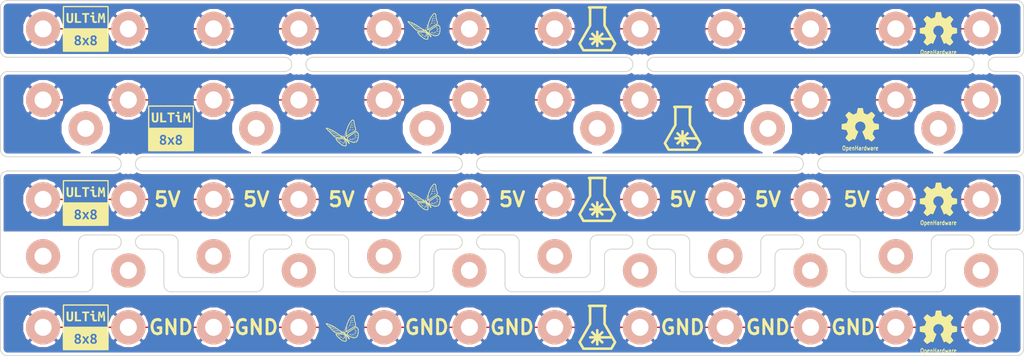
<source format=kicad_pcb>
(kicad_pcb (version 4) (host pcbnew 4.0.2-4+6225~38~ubuntu15.04.1-stable)
  (layers (0 F.Cu signal hide) (31 B.Cu signal hide) (34 B.Paste user) (35 F.Paste user) (36 B.SilkS user) (37 F.SilkS user) (38 B.Mask user) (39 F.Mask user) (44 Edge.Cuts user))
  (net 0 "")
  (net 1 "Net-(P1-Pad1)")
  (net 2 "Net-(P13-Pad1)")
  (net 3 "Net-(P31-Pad1)")
  (net 4 "Net-(P49-Pad1)")
  (module ultim8x8_libs:mouse-bite-2.54mm-slot (layer F.Cu) (at 96.52 44.45)
    (fp_text reference mouse-bite-2.54mm-slot hide)
    (fp_text value VAL** hide)
    (pad "" np_thru_hole circle (at 0 -1.1) (size 0.5 0.5) (drill 0.5) (layers *.Cu *.Mask))
    (pad "" np_thru_hole circle (at 0 1.1) (size 0.5 0.5) (drill 0.5) (layers *.Cu *.Mask))
    (pad "" np_thru_hole circle (at 0.8 -1.1) (size 0.5 0.5) (drill 0.5) (layers *.Cu *.Mask))
    (pad "" np_thru_hole circle (at -0.8 -1.1) (size 0.5 0.5) (drill 0.5) (layers *.Cu *.Mask))
    (pad "" np_thru_hole circle (at -0.8 1.1) (size 0.5 0.5) (drill 0.5) (layers *.Cu *.Mask))
    (pad "" np_thru_hole circle (at 0.8 1.1) (size 0.5 0.5) (drill 0.5) (layers *.Cu *.Mask))
  )
  (module ultim8x8_libs:mouse-bite-2.54mm-slot (layer F.Cu) (at 157.48 44.45)
    (fp_text reference mouse-bite-2.54mm-slot hide)
    (fp_text value VAL** hide)
    (pad "" np_thru_hole circle (at 0 -1.1) (size 0.5 0.5) (drill 0.5) (layers *.Cu *.Mask))
    (pad "" np_thru_hole circle (at 0 1.1) (size 0.5 0.5) (drill 0.5) (layers *.Cu *.Mask))
    (pad "" np_thru_hole circle (at 0.8 -1.1) (size 0.5 0.5) (drill 0.5) (layers *.Cu *.Mask))
    (pad "" np_thru_hole circle (at -0.8 -1.1) (size 0.5 0.5) (drill 0.5) (layers *.Cu *.Mask))
    (pad "" np_thru_hole circle (at -0.8 1.1) (size 0.5 0.5) (drill 0.5) (layers *.Cu *.Mask))
    (pad "" np_thru_hole circle (at 0.8 1.1) (size 0.5 0.5) (drill 0.5) (layers *.Cu *.Mask))
  )
  (module ultim8x8_libs:mouse-bite-2.54mm-slot (layer F.Cu) (at 218.44 44.45)
    (fp_text reference mouse-bite-2.54mm-slot hide)
    (fp_text value VAL** hide)
    (pad "" np_thru_hole circle (at 0 -1.1) (size 0.5 0.5) (drill 0.5) (layers *.Cu *.Mask))
    (pad "" np_thru_hole circle (at 0 1.1) (size 0.5 0.5) (drill 0.5) (layers *.Cu *.Mask))
    (pad "" np_thru_hole circle (at 0.8 -1.1) (size 0.5 0.5) (drill 0.5) (layers *.Cu *.Mask))
    (pad "" np_thru_hole circle (at -0.8 -1.1) (size 0.5 0.5) (drill 0.5) (layers *.Cu *.Mask))
    (pad "" np_thru_hole circle (at -0.8 1.1) (size 0.5 0.5) (drill 0.5) (layers *.Cu *.Mask))
    (pad "" np_thru_hole circle (at 0.8 1.1) (size 0.5 0.5) (drill 0.5) (layers *.Cu *.Mask))
  )
  (module ultim8x8_libs:mouse-bite-2.54mm-slot (layer F.Cu) (at 187.96 62.23)
    (fp_text reference mouse-bite-2.54mm-slot hide)
    (fp_text value VAL** hide)
    (pad "" np_thru_hole circle (at 0 -1.1) (size 0.5 0.5) (drill 0.5) (layers *.Cu *.Mask))
    (pad "" np_thru_hole circle (at 0 1.1) (size 0.5 0.5) (drill 0.5) (layers *.Cu *.Mask))
    (pad "" np_thru_hole circle (at 0.8 -1.1) (size 0.5 0.5) (drill 0.5) (layers *.Cu *.Mask))
    (pad "" np_thru_hole circle (at -0.8 -1.1) (size 0.5 0.5) (drill 0.5) (layers *.Cu *.Mask))
    (pad "" np_thru_hole circle (at -0.8 1.1) (size 0.5 0.5) (drill 0.5) (layers *.Cu *.Mask))
    (pad "" np_thru_hole circle (at 0.8 1.1) (size 0.5 0.5) (drill 0.5) (layers *.Cu *.Mask))
  )
  (module ultim8x8_libs:mouse-bite-2.54mm-slot (layer F.Cu) (at 66.04 62.23)
    (fp_text reference mouse-bite-2.54mm-slot hide)
    (fp_text value VAL** hide)
    (pad "" np_thru_hole circle (at 0 -1.1) (size 0.5 0.5) (drill 0.5) (layers *.Cu *.Mask))
    (pad "" np_thru_hole circle (at 0 1.1) (size 0.5 0.5) (drill 0.5) (layers *.Cu *.Mask))
    (pad "" np_thru_hole circle (at 0.8 -1.1) (size 0.5 0.5) (drill 0.5) (layers *.Cu *.Mask))
    (pad "" np_thru_hole circle (at -0.8 -1.1) (size 0.5 0.5) (drill 0.5) (layers *.Cu *.Mask))
    (pad "" np_thru_hole circle (at -0.8 1.1) (size 0.5 0.5) (drill 0.5) (layers *.Cu *.Mask))
    (pad "" np_thru_hole circle (at 0.8 1.1) (size 0.5 0.5) (drill 0.5) (layers *.Cu *.Mask))
  )
  (module ultim8x8_libs:mouse-bite-2.54mm-slot (layer F.Cu) (at 127 62.23)
    (fp_text reference mouse-bite-2.54mm-slot hide)
    (fp_text value VAL** hide)
    (pad "" np_thru_hole circle (at 0 -1.1) (size 0.5 0.5) (drill 0.5) (layers *.Cu *.Mask))
    (pad "" np_thru_hole circle (at 0 1.1) (size 0.5 0.5) (drill 0.5) (layers *.Cu *.Mask))
    (pad "" np_thru_hole circle (at 0.8 -1.1) (size 0.5 0.5) (drill 0.5) (layers *.Cu *.Mask))
    (pad "" np_thru_hole circle (at -0.8 -1.1) (size 0.5 0.5) (drill 0.5) (layers *.Cu *.Mask))
    (pad "" np_thru_hole circle (at -0.8 1.1) (size 0.5 0.5) (drill 0.5) (layers *.Cu *.Mask))
    (pad "" np_thru_hole circle (at 0.8 1.1) (size 0.5 0.5) (drill 0.5) (layers *.Cu *.Mask))
  )
  (module ultim8x8_libs:Screw (layer F.Cu) (at 66.04 81.28 180)
    (fp_text reference P61 hide)
    (fp_text value CONN_1 hide)
    (pad 1 thru_hole circle (at 0 0 180) (size 6.096 6.096) (drill 3.048) (layers *.Cu *.Paste *.SilkS *.Mask))
  )
  (module ultim8x8_libs:Screw (layer F.Cu) (at 96.52 81.28 180)
    (fp_text reference P62 hide)
    (fp_text value CONN_1 hide)
    (pad 1 thru_hole circle (at 0 0 180) (size 6.096 6.096) (drill 3.048) (layers *.Cu *.Paste *.SilkS *.Mask))
  )
  (module ultim8x8_libs:Screw (layer F.Cu) (at 127 81.28 180)
    (fp_text reference P63 hide)
    (fp_text value CONN_1 hide)
    (pad 1 thru_hole circle (at 0 0 180) (size 6.096 6.096) (drill 3.048) (layers *.Cu *.Paste *.SilkS *.Mask))
  )
  (module ultim8x8_libs:Screw (layer F.Cu) (at 157.48 81.28 180)
    (fp_text reference P64 hide)
    (fp_text value CONN_1 hide)
    (pad 1 thru_hole circle (at 0 0 180) (size 6.096 6.096) (drill 3.048) (layers *.Cu *.Paste *.SilkS *.Mask))
  )
  (module ultim8x8_libs:Screw (layer F.Cu) (at 187.96 81.28 180)
    (fp_text reference P65 hide)
    (fp_text value CONN_1 hide)
    (pad 1 thru_hole circle (at 0 0 180) (size 6.096 6.096) (drill 3.048) (layers *.Cu *.Paste *.SilkS *.Mask))
  )
  (module ultim8x8_libs:Screw (layer F.Cu) (at 218.44 81.28 180)
    (fp_text reference P66 hide)
    (fp_text value CONN_1 hide)
    (pad 1 thru_hole circle (at 0 0 180) (size 6.096 6.096) (drill 3.048) (layers *.Cu *.Paste *.SilkS *.Mask))
  )
  (module ultim8x8_libs:Screw (layer F.Cu) (at 50.8 91.44 180)
    (fp_text reference P49 hide)
    (fp_text value CONN_1 hide)
    (pad 1 thru_hole circle (at 0 0 180) (size 6.096 6.096) (drill 3.048) (layers *.Cu *.Paste *.SilkS *.Mask) (net 4 "Net-(P49-Pad1)"))
  )
  (module ultim8x8_libs:Screw (layer F.Cu) (at 66.04 91.44 180)
    (fp_text reference P50 hide)
    (fp_text value CONN_1 hide)
    (pad 1 thru_hole circle (at 0 0 180) (size 6.096 6.096) (drill 3.048) (layers *.Cu *.Paste *.SilkS *.Mask) (net 4 "Net-(P49-Pad1)"))
  )
  (module ultim8x8_libs:Screw (layer F.Cu) (at 81.28 91.44 180)
    (fp_text reference P51 hide)
    (fp_text value CONN_1 hide)
    (pad 1 thru_hole circle (at 0 0 180) (size 6.096 6.096) (drill 3.048) (layers *.Cu *.Paste *.SilkS *.Mask) (net 4 "Net-(P49-Pad1)"))
  )
  (module ultim8x8_libs:Screw (layer F.Cu) (at 96.52 91.44 180)
    (fp_text reference P52 hide)
    (fp_text value CONN_1 hide)
    (pad 1 thru_hole circle (at 0 0 180) (size 6.096 6.096) (drill 3.048) (layers *.Cu *.Paste *.SilkS *.Mask) (net 4 "Net-(P49-Pad1)"))
  )
  (module ultim8x8_libs:Screw (layer F.Cu) (at 111.76 91.44 180)
    (fp_text reference P53 hide)
    (fp_text value CONN_1 hide)
    (pad 1 thru_hole circle (at 0 0 180) (size 6.096 6.096) (drill 3.048) (layers *.Cu *.Paste *.SilkS *.Mask) (net 4 "Net-(P49-Pad1)"))
  )
  (module ultim8x8_libs:Screw (layer F.Cu) (at 127 91.44 180)
    (fp_text reference P54 hide)
    (fp_text value CONN_1 hide)
    (pad 1 thru_hole circle (at 0 0 180) (size 6.096 6.096) (drill 3.048) (layers *.Cu *.Paste *.SilkS *.Mask) (net 4 "Net-(P49-Pad1)"))
  )
  (module ultim8x8_libs:Screw (layer F.Cu) (at 142.24 91.44 180)
    (fp_text reference P55 hide)
    (fp_text value CONN_1 hide)
    (pad 1 thru_hole circle (at 0 0 180) (size 6.096 6.096) (drill 3.048) (layers *.Cu *.Paste *.SilkS *.Mask) (net 4 "Net-(P49-Pad1)"))
  )
  (module ultim8x8_libs:Screw (layer F.Cu) (at 157.48 91.44 180)
    (fp_text reference P56 hide)
    (fp_text value CONN_1 hide)
    (pad 1 thru_hole circle (at 0 0 180) (size 6.096 6.096) (drill 3.048) (layers *.Cu *.Paste *.SilkS *.Mask) (net 4 "Net-(P49-Pad1)"))
  )
  (module ultim8x8_libs:Screw (layer F.Cu) (at 172.72 91.44 180)
    (fp_text reference P57 hide)
    (fp_text value CONN_1 hide)
    (pad 1 thru_hole circle (at 0 0 180) (size 6.096 6.096) (drill 3.048) (layers *.Cu *.Paste *.SilkS *.Mask) (net 4 "Net-(P49-Pad1)"))
  )
  (module ultim8x8_libs:Screw (layer F.Cu) (at 187.96 91.44 180)
    (fp_text reference P58 hide)
    (fp_text value CONN_1 hide)
    (pad 1 thru_hole circle (at 0 0 180) (size 6.096 6.096) (drill 3.048) (layers *.Cu *.Paste *.SilkS *.Mask) (net 4 "Net-(P49-Pad1)"))
  )
  (module ultim8x8_libs:Screw (layer F.Cu) (at 203.2 91.44 180)
    (fp_text reference P59 hide)
    (fp_text value CONN_1 hide)
    (pad 1 thru_hole circle (at 0 0 180) (size 6.096 6.096) (drill 3.048) (layers *.Cu *.Paste *.SilkS *.Mask) (net 4 "Net-(P49-Pad1)"))
  )
  (module ultim8x8_libs:Screw (layer F.Cu) (at 218.44 91.44 180)
    (fp_text reference P60 hide)
    (fp_text value CONN_1 hide)
    (pad 1 thru_hole circle (at 0 0 180) (size 6.096 6.096) (drill 3.048) (layers *.Cu *.Paste *.SilkS *.Mask) (net 4 "Net-(P49-Pad1)"))
  )
  (module ultim8x8_libs:Screw (layer F.Cu) (at 50.8 38.1)
    (fp_text reference P1 hide)
    (fp_text value CONN_1 hide)
    (pad 1 thru_hole circle (at 0 0) (size 6.096 6.096) (drill 3.048) (layers *.Cu *.Paste *.SilkS *.Mask) (net 1 "Net-(P1-Pad1)"))
  )
  (module ultim8x8_libs:Screw (layer F.Cu) (at 81.28 38.1)
    (fp_text reference P2 hide)
    (fp_text value CONN_1 hide)
    (pad 1 thru_hole circle (at 0 0) (size 6.096 6.096) (drill 3.048) (layers *.Cu *.Paste *.SilkS *.Mask) (net 1 "Net-(P1-Pad1)"))
  )
  (module ultim8x8_libs:Screw (layer F.Cu) (at 111.76 38.1)
    (fp_text reference P3 hide)
    (fp_text value CONN_1 hide)
    (pad 1 thru_hole circle (at 0 0) (size 6.096 6.096) (drill 3.048) (layers *.Cu *.Paste *.SilkS *.Mask) (net 1 "Net-(P1-Pad1)"))
  )
  (module ultim8x8_libs:Screw (layer F.Cu) (at 142.24 38.1)
    (fp_text reference P4 hide)
    (fp_text value CONN_1 hide)
    (pad 1 thru_hole circle (at 0 0) (size 6.096 6.096) (drill 3.048) (layers *.Cu *.Paste *.SilkS *.Mask) (net 1 "Net-(P1-Pad1)"))
  )
  (module ultim8x8_libs:Screw (layer F.Cu) (at 172.72 38.1)
    (fp_text reference P5 hide)
    (fp_text value CONN_1 hide)
    (pad 1 thru_hole circle (at 0 0) (size 6.096 6.096) (drill 3.048) (layers *.Cu *.Paste *.SilkS *.Mask) (net 1 "Net-(P1-Pad1)"))
  )
  (module ultim8x8_libs:Screw (layer F.Cu) (at 203.2 38.1)
    (fp_text reference P6 hide)
    (fp_text value CONN_1 hide)
    (pad 1 thru_hole circle (at 0 0) (size 6.096 6.096) (drill 3.048) (layers *.Cu *.Paste *.SilkS *.Mask) (net 1 "Net-(P1-Pad1)"))
  )
  (module ultim8x8_libs:Screw (layer F.Cu) (at 66.04 38.1)
    (fp_text reference P7 hide)
    (fp_text value CONN_1 hide)
    (pad 1 thru_hole circle (at 0 0) (size 6.096 6.096) (drill 3.048) (layers *.Cu *.Paste *.SilkS *.Mask) (net 1 "Net-(P1-Pad1)"))
  )
  (module ultim8x8_libs:Screw (layer F.Cu) (at 96.52 38.1)
    (fp_text reference P8 hide)
    (fp_text value CONN_1 hide)
    (pad 1 thru_hole circle (at 0 0) (size 6.096 6.096) (drill 3.048) (layers *.Cu *.Paste *.SilkS *.Mask) (net 1 "Net-(P1-Pad1)"))
  )
  (module ultim8x8_libs:Screw (layer F.Cu) (at 127 38.1)
    (fp_text reference P9 hide)
    (fp_text value CONN_1 hide)
    (pad 1 thru_hole circle (at 0 0) (size 6.096 6.096) (drill 3.048) (layers *.Cu *.Paste *.SilkS *.Mask) (net 1 "Net-(P1-Pad1)"))
  )
  (module ultim8x8_libs:Screw (layer F.Cu) (at 157.48 38.1)
    (fp_text reference P10 hide)
    (fp_text value CONN_1 hide)
    (pad 1 thru_hole circle (at 0 0) (size 6.096 6.096) (drill 3.048) (layers *.Cu *.Paste *.SilkS *.Mask) (net 1 "Net-(P1-Pad1)"))
  )
  (module ultim8x8_libs:Screw (layer F.Cu) (at 187.96 38.1)
    (fp_text reference P11 hide)
    (fp_text value CONN_1 hide)
    (pad 1 thru_hole circle (at 0 0) (size 6.096 6.096) (drill 3.048) (layers *.Cu *.Paste *.SilkS *.Mask) (net 1 "Net-(P1-Pad1)"))
  )
  (module ultim8x8_libs:Screw (layer F.Cu) (at 218.44 38.1)
    (fp_text reference P12 hide)
    (fp_text value CONN_1 hide)
    (pad 1 thru_hole circle (at 0 0) (size 6.096 6.096) (drill 3.048) (layers *.Cu *.Paste *.SilkS *.Mask) (net 1 "Net-(P1-Pad1)"))
  )
  (module ultim8x8_libs:Screw (layer F.Cu) (at 50.8 50.8)
    (fp_text reference P13 hide)
    (fp_text value CONN_1 hide)
    (pad 1 thru_hole circle (at 0 0) (size 6.096 6.096) (drill 3.048) (layers *.Cu *.Paste *.SilkS *.Mask) (net 2 "Net-(P13-Pad1)"))
  )
  (module ultim8x8_libs:Screw (layer F.Cu) (at 66.04 50.8)
    (fp_text reference P14 hide)
    (fp_text value CONN_1 hide)
    (pad 1 thru_hole circle (at 0 0) (size 6.096 6.096) (drill 3.048) (layers *.Cu *.Paste *.SilkS *.Mask) (net 2 "Net-(P13-Pad1)"))
  )
  (module ultim8x8_libs:Screw (layer F.Cu) (at 81.28 50.8)
    (fp_text reference P15 hide)
    (fp_text value CONN_1 hide)
    (pad 1 thru_hole circle (at 0 0) (size 6.096 6.096) (drill 3.048) (layers *.Cu *.Paste *.SilkS *.Mask) (net 2 "Net-(P13-Pad1)"))
  )
  (module ultim8x8_libs:Screw (layer F.Cu) (at 96.52 50.8)
    (fp_text reference P16 hide)
    (fp_text value CONN_1 hide)
    (pad 1 thru_hole circle (at 0 0) (size 6.096 6.096) (drill 3.048) (layers *.Cu *.Paste *.SilkS *.Mask) (net 2 "Net-(P13-Pad1)"))
  )
  (module ultim8x8_libs:Screw (layer F.Cu) (at 111.76 50.8)
    (fp_text reference P17 hide)
    (fp_text value CONN_1 hide)
    (pad 1 thru_hole circle (at 0 0) (size 6.096 6.096) (drill 3.048) (layers *.Cu *.Paste *.SilkS *.Mask) (net 2 "Net-(P13-Pad1)"))
  )
  (module ultim8x8_libs:Screw (layer F.Cu) (at 127 50.8)
    (fp_text reference P18 hide)
    (fp_text value CONN_1 hide)
    (pad 1 thru_hole circle (at 0 0) (size 6.096 6.096) (drill 3.048) (layers *.Cu *.Paste *.SilkS *.Mask) (net 2 "Net-(P13-Pad1)"))
  )
  (module ultim8x8_libs:Screw (layer F.Cu) (at 142.24 50.8)
    (fp_text reference P19 hide)
    (fp_text value CONN_1 hide)
    (pad 1 thru_hole circle (at 0 0) (size 6.096 6.096) (drill 3.048) (layers *.Cu *.Paste *.SilkS *.Mask) (net 2 "Net-(P13-Pad1)"))
  )
  (module ultim8x8_libs:Screw (layer F.Cu) (at 157.48 50.8)
    (fp_text reference P20 hide)
    (fp_text value CONN_1 hide)
    (pad 1 thru_hole circle (at 0 0) (size 6.096 6.096) (drill 3.048) (layers *.Cu *.Paste *.SilkS *.Mask) (net 2 "Net-(P13-Pad1)"))
  )
  (module ultim8x8_libs:Screw (layer F.Cu) (at 172.72 50.8)
    (fp_text reference P21 hide)
    (fp_text value CONN_1 hide)
    (pad 1 thru_hole circle (at 0 0) (size 6.096 6.096) (drill 3.048) (layers *.Cu *.Paste *.SilkS *.Mask) (net 2 "Net-(P13-Pad1)"))
  )
  (module ultim8x8_libs:Screw (layer F.Cu) (at 187.96 50.8)
    (fp_text reference P22 hide)
    (fp_text value CONN_1 hide)
    (pad 1 thru_hole circle (at 0 0) (size 6.096 6.096) (drill 3.048) (layers *.Cu *.Paste *.SilkS *.Mask) (net 2 "Net-(P13-Pad1)"))
  )
  (module ultim8x8_libs:Screw (layer F.Cu) (at 203.2 50.8)
    (fp_text reference P23 hide)
    (fp_text value CONN_1 hide)
    (pad 1 thru_hole circle (at 0 0) (size 6.096 6.096) (drill 3.048) (layers *.Cu *.Paste *.SilkS *.Mask) (net 2 "Net-(P13-Pad1)"))
  )
  (module ultim8x8_libs:Screw (layer F.Cu) (at 218.44 50.8)
    (fp_text reference P24 hide)
    (fp_text value CONN_1 hide)
    (pad 1 thru_hole circle (at 0 0) (size 6.096 6.096) (drill 3.048) (layers *.Cu *.Paste *.SilkS *.Mask) (net 2 "Net-(P13-Pad1)"))
  )
  (module ultim8x8_libs:Screw (layer F.Cu) (at 58.42 55.88)
    (fp_text reference P25 hide)
    (fp_text value CONN_1 hide)
    (pad 1 thru_hole circle (at 0 0) (size 6.096 6.096) (drill 3.048) (layers *.Cu *.Paste *.SilkS *.Mask) (clearance 1.27))
  )
  (module ultim8x8_libs:Screw (layer F.Cu) (at 88.9 55.88)
    (fp_text reference P26 hide)
    (fp_text value CONN_1 hide)
    (pad 1 thru_hole circle (at 0 0) (size 6.096 6.096) (drill 3.048) (layers *.Cu *.Paste *.SilkS *.Mask) (clearance 1.27))
  )
  (module ultim8x8_libs:Screw (layer F.Cu) (at 119.38 55.88)
    (fp_text reference P27 hide)
    (fp_text value CONN_1 hide)
    (pad 1 thru_hole circle (at 0 0) (size 6.096 6.096) (drill 3.048) (layers *.Cu *.Paste *.SilkS *.Mask) (clearance 1.27))
  )
  (module ultim8x8_libs:Screw (layer F.Cu) (at 149.86 55.88)
    (fp_text reference P28 hide)
    (fp_text value CONN_1 hide)
    (pad 1 thru_hole circle (at 0 0) (size 6.096 6.096) (drill 3.048) (layers *.Cu *.Paste *.SilkS *.Mask) (clearance 1.27))
  )
  (module ultim8x8_libs:Screw (layer F.Cu) (at 180.34 55.88)
    (fp_text reference P29 hide)
    (fp_text value CONN_1 hide)
    (pad 1 thru_hole circle (at 0 0) (size 6.096 6.096) (drill 3.048) (layers *.Cu *.Paste *.SilkS *.Mask) (clearance 1.27))
  )
  (module ultim8x8_libs:Screw (layer F.Cu) (at 210.82 55.88)
    (fp_text reference P30 hide)
    (fp_text value CONN_1 hide)
    (pad 1 thru_hole circle (at 0 0) (size 6.096 6.096) (drill 3.048) (layers *.Cu *.Paste *.SilkS *.Mask) (clearance 1.27))
  )
  (module ultim8x8_libs:Screw (layer F.Cu) (at 50.8 68.58)
    (fp_text reference P31 hide)
    (fp_text value CONN_1 hide)
    (pad 1 thru_hole circle (at 0 0) (size 6.096 6.096) (drill 3.048) (layers *.Cu *.Paste *.SilkS *.Mask) (net 3 "Net-(P31-Pad1)"))
  )
  (module ultim8x8_libs:Screw (layer F.Cu) (at 66.04 68.58)
    (fp_text reference P32 hide)
    (fp_text value CONN_1 hide)
    (pad 1 thru_hole circle (at 0 0) (size 6.096 6.096) (drill 3.048) (layers *.Cu *.Paste *.SilkS *.Mask) (net 3 "Net-(P31-Pad1)"))
  )
  (module ultim8x8_libs:Screw (layer F.Cu) (at 81.28 68.58)
    (fp_text reference P33 hide)
    (fp_text value CONN_1 hide)
    (pad 1 thru_hole circle (at 0 0) (size 6.096 6.096) (drill 3.048) (layers *.Cu *.Paste *.SilkS *.Mask) (net 3 "Net-(P31-Pad1)"))
  )
  (module ultim8x8_libs:Screw (layer F.Cu) (at 96.52 68.58)
    (fp_text reference P34 hide)
    (fp_text value CONN_1 hide)
    (pad 1 thru_hole circle (at 0 0) (size 6.096 6.096) (drill 3.048) (layers *.Cu *.Paste *.SilkS *.Mask) (net 3 "Net-(P31-Pad1)"))
  )
  (module ultim8x8_libs:Screw (layer F.Cu) (at 111.76 68.58)
    (fp_text reference P35 hide)
    (fp_text value CONN_1 hide)
    (pad 1 thru_hole circle (at 0 0) (size 6.096 6.096) (drill 3.048) (layers *.Cu *.Paste *.SilkS *.Mask) (net 3 "Net-(P31-Pad1)"))
  )
  (module ultim8x8_libs:Screw (layer F.Cu) (at 127 68.58)
    (fp_text reference P36 hide)
    (fp_text value CONN_1 hide)
    (pad 1 thru_hole circle (at 0 0) (size 6.096 6.096) (drill 3.048) (layers *.Cu *.Paste *.SilkS *.Mask) (net 3 "Net-(P31-Pad1)"))
  )
  (module ultim8x8_libs:Screw (layer F.Cu) (at 142.24 68.58)
    (fp_text reference P37 hide)
    (fp_text value CONN_1 hide)
    (pad 1 thru_hole circle (at 0 0) (size 6.096 6.096) (drill 3.048) (layers *.Cu *.Paste *.SilkS *.Mask) (net 3 "Net-(P31-Pad1)"))
  )
  (module ultim8x8_libs:Screw (layer F.Cu) (at 157.48 68.58)
    (fp_text reference P38 hide)
    (fp_text value CONN_1 hide)
    (pad 1 thru_hole circle (at 0 0) (size 6.096 6.096) (drill 3.048) (layers *.Cu *.Paste *.SilkS *.Mask) (net 3 "Net-(P31-Pad1)"))
  )
  (module ultim8x8_libs:Screw (layer F.Cu) (at 172.72 68.58)
    (fp_text reference P39 hide)
    (fp_text value CONN_1 hide)
    (pad 1 thru_hole circle (at 0 0) (size 6.096 6.096) (drill 3.048) (layers *.Cu *.Paste *.SilkS *.Mask) (net 3 "Net-(P31-Pad1)"))
  )
  (module ultim8x8_libs:Screw (layer F.Cu) (at 187.96 68.58)
    (fp_text reference P40 hide)
    (fp_text value CONN_1 hide)
    (pad 1 thru_hole circle (at 0 0) (size 6.096 6.096) (drill 3.048) (layers *.Cu *.Paste *.SilkS *.Mask) (net 3 "Net-(P31-Pad1)"))
  )
  (module ultim8x8_libs:Screw (layer F.Cu) (at 203.2 68.58)
    (fp_text reference P41 hide)
    (fp_text value CONN_1 hide)
    (pad 1 thru_hole circle (at 0 0) (size 6.096 6.096) (drill 3.048) (layers *.Cu *.Paste *.SilkS *.Mask) (net 3 "Net-(P31-Pad1)"))
  )
  (module ultim8x8_libs:Screw (layer F.Cu) (at 218.44 68.58)
    (fp_text reference P42 hide)
    (fp_text value CONN_1 hide)
    (pad 1 thru_hole circle (at 0 0) (size 6.096 6.096) (drill 3.048) (layers *.Cu *.Paste *.SilkS *.Mask) (net 3 "Net-(P31-Pad1)"))
  )
  (module ultim8x8_libs:Screw (layer F.Cu) (at 50.8 78.74)
    (fp_text reference P43 hide)
    (fp_text value CONN_1 hide)
    (pad 1 thru_hole circle (at 0 0) (size 6.096 6.096) (drill 3.048) (layers *.Cu *.Paste *.SilkS *.Mask))
  )
  (module ultim8x8_libs:Screw (layer F.Cu) (at 81.28 78.74)
    (fp_text reference P44 hide)
    (fp_text value CONN_1 hide)
    (pad 1 thru_hole circle (at 0 0) (size 6.096 6.096) (drill 3.048) (layers *.Cu *.Paste *.SilkS *.Mask))
  )
  (module ultim8x8_libs:Screw (layer F.Cu) (at 111.76 78.74)
    (fp_text reference P45 hide)
    (fp_text value CONN_1 hide)
    (pad 1 thru_hole circle (at 0 0) (size 6.096 6.096) (drill 3.048) (layers *.Cu *.Paste *.SilkS *.Mask))
  )
  (module ultim8x8_libs:Screw (layer F.Cu) (at 142.24 78.74)
    (fp_text reference P46 hide)
    (fp_text value CONN_1 hide)
    (pad 1 thru_hole circle (at 0 0) (size 6.096 6.096) (drill 3.048) (layers *.Cu *.Paste *.SilkS *.Mask))
  )
  (module ultim8x8_libs:Screw (layer F.Cu) (at 172.72 78.74)
    (fp_text reference P47 hide)
    (fp_text value CONN_1 hide)
    (pad 1 thru_hole circle (at 0 0) (size 6.096 6.096) (drill 3.048) (layers *.Cu *.Paste *.SilkS *.Mask))
  )
  (module ultim8x8_libs:Screw (layer F.Cu) (at 203.2 78.74)
    (fp_text reference P48 hide)
    (fp_text value CONN_1 hide)
    (pad 1 thru_hole circle (at 0 0) (size 6.096 6.096) (drill 3.048) (layers *.Cu *.Paste *.SilkS *.Mask))
  )
  (module ultim8x8_libs:mouse-bite-2.54mm-slot (layer F.Cu) (at 218.44 76.2)
    (fp_text reference mouse-bite-2.54mm-slot hide)
    (fp_text value VAL** hide)
    (pad "" np_thru_hole circle (at 0 -1.1) (size 0.5 0.5) (drill 0.5) (layers *.Cu *.Mask))
    (pad "" np_thru_hole circle (at 0 1.1) (size 0.5 0.5) (drill 0.5) (layers *.Cu *.Mask))
    (pad "" np_thru_hole circle (at 0.8 -1.1) (size 0.5 0.5) (drill 0.5) (layers *.Cu *.Mask))
    (pad "" np_thru_hole circle (at -0.8 -1.1) (size 0.5 0.5) (drill 0.5) (layers *.Cu *.Mask))
    (pad "" np_thru_hole circle (at -0.8 1.1) (size 0.5 0.5) (drill 0.5) (layers *.Cu *.Mask))
    (pad "" np_thru_hole circle (at 0.8 1.1) (size 0.5 0.5) (drill 0.5) (layers *.Cu *.Mask))
  )
  (module ultim8x8_libs:mouse-bite-2.54mm-slot (layer F.Cu) (at 187.96 76.2)
    (fp_text reference mouse-bite-2.54mm-slot hide)
    (fp_text value VAL** hide)
    (pad "" np_thru_hole circle (at 0 -1.1) (size 0.5 0.5) (drill 0.5) (layers *.Cu *.Mask))
    (pad "" np_thru_hole circle (at 0 1.1) (size 0.5 0.5) (drill 0.5) (layers *.Cu *.Mask))
    (pad "" np_thru_hole circle (at 0.8 -1.1) (size 0.5 0.5) (drill 0.5) (layers *.Cu *.Mask))
    (pad "" np_thru_hole circle (at -0.8 -1.1) (size 0.5 0.5) (drill 0.5) (layers *.Cu *.Mask))
    (pad "" np_thru_hole circle (at -0.8 1.1) (size 0.5 0.5) (drill 0.5) (layers *.Cu *.Mask))
    (pad "" np_thru_hole circle (at 0.8 1.1) (size 0.5 0.5) (drill 0.5) (layers *.Cu *.Mask))
  )
  (module ultim8x8_libs:mouse-bite-2.54mm-slot (layer F.Cu) (at 157.48 76.2)
    (fp_text reference mouse-bite-2.54mm-slot hide)
    (fp_text value VAL** hide)
    (pad "" np_thru_hole circle (at 0 -1.1) (size 0.5 0.5) (drill 0.5) (layers *.Cu *.Mask))
    (pad "" np_thru_hole circle (at 0 1.1) (size 0.5 0.5) (drill 0.5) (layers *.Cu *.Mask))
    (pad "" np_thru_hole circle (at 0.8 -1.1) (size 0.5 0.5) (drill 0.5) (layers *.Cu *.Mask))
    (pad "" np_thru_hole circle (at -0.8 -1.1) (size 0.5 0.5) (drill 0.5) (layers *.Cu *.Mask))
    (pad "" np_thru_hole circle (at -0.8 1.1) (size 0.5 0.5) (drill 0.5) (layers *.Cu *.Mask))
    (pad "" np_thru_hole circle (at 0.8 1.1) (size 0.5 0.5) (drill 0.5) (layers *.Cu *.Mask))
  )
  (module ultim8x8_libs:mouse-bite-2.54mm-slot (layer F.Cu) (at 127 76.2)
    (fp_text reference mouse-bite-2.54mm-slot hide)
    (fp_text value VAL** hide)
    (pad "" np_thru_hole circle (at 0 -1.1) (size 0.5 0.5) (drill 0.5) (layers *.Cu *.Mask))
    (pad "" np_thru_hole circle (at 0 1.1) (size 0.5 0.5) (drill 0.5) (layers *.Cu *.Mask))
    (pad "" np_thru_hole circle (at 0.8 -1.1) (size 0.5 0.5) (drill 0.5) (layers *.Cu *.Mask))
    (pad "" np_thru_hole circle (at -0.8 -1.1) (size 0.5 0.5) (drill 0.5) (layers *.Cu *.Mask))
    (pad "" np_thru_hole circle (at -0.8 1.1) (size 0.5 0.5) (drill 0.5) (layers *.Cu *.Mask))
    (pad "" np_thru_hole circle (at 0.8 1.1) (size 0.5 0.5) (drill 0.5) (layers *.Cu *.Mask))
  )
  (module ultim8x8_libs:mouse-bite-2.54mm-slot (layer F.Cu) (at 96.52 76.2)
    (fp_text reference mouse-bite-2.54mm-slot hide)
    (fp_text value VAL** hide)
    (pad "" np_thru_hole circle (at 0 -1.1) (size 0.5 0.5) (drill 0.5) (layers *.Cu *.Mask))
    (pad "" np_thru_hole circle (at 0 1.1) (size 0.5 0.5) (drill 0.5) (layers *.Cu *.Mask))
    (pad "" np_thru_hole circle (at 0.8 -1.1) (size 0.5 0.5) (drill 0.5) (layers *.Cu *.Mask))
    (pad "" np_thru_hole circle (at -0.8 -1.1) (size 0.5 0.5) (drill 0.5) (layers *.Cu *.Mask))
    (pad "" np_thru_hole circle (at -0.8 1.1) (size 0.5 0.5) (drill 0.5) (layers *.Cu *.Mask))
    (pad "" np_thru_hole circle (at 0.8 1.1) (size 0.5 0.5) (drill 0.5) (layers *.Cu *.Mask))
  )
  (module ultim8x8_libs:mouse-bite-2.54mm-slot (layer F.Cu) (at 66.04 76.2)
    (fp_text reference mouse-bite-2.54mm-slot hide)
    (fp_text value VAL** hide)
    (pad "" np_thru_hole circle (at 0 -1.1) (size 0.5 0.5) (drill 0.5) (layers *.Cu *.Mask))
    (pad "" np_thru_hole circle (at 0 1.1) (size 0.5 0.5) (drill 0.5) (layers *.Cu *.Mask))
    (pad "" np_thru_hole circle (at 0.8 -1.1) (size 0.5 0.5) (drill 0.5) (layers *.Cu *.Mask))
    (pad "" np_thru_hole circle (at -0.8 -1.1) (size 0.5 0.5) (drill 0.5) (layers *.Cu *.Mask))
    (pad "" np_thru_hole circle (at -0.8 1.1) (size 0.5 0.5) (drill 0.5) (layers *.Cu *.Mask))
    (pad "" np_thru_hole circle (at 0.8 1.1) (size 0.5 0.5) (drill 0.5) (layers *.Cu *.Mask))
  )
  (module ultim8x8_libs:OSHW_6mm (layer F.Cu) (at 210.82 38.1)
    (fp_text reference L1 hide)
    (fp_text value OSHW hide)
    (fp_text user OpenHardware (at 0 4.191) (layer F.SilkS) (effects (font (size 0.762 0.6096) (thickness 0.127))))
  )
  (module ultim8x8_libs:OSHW_6mm (layer F.Cu) (at 196.85 55.245)
    (fp_text reference L2 hide)
    (fp_text value OSHW hide)
    (fp_text user OpenHardware (at 0 4.191) (layer F.SilkS) (effects (font (size 0.762 0.6096) (thickness 0.127))))
  )
  (module ultim8x8_libs:OSHW_6mm (layer F.Cu) (at 210.82 68.58)
    (fp_text reference L3 hide)
    (fp_text value OSHW hide)
    (fp_text user OpenHardware (at 0 4.191) (layer F.SilkS) (effects (font (size 0.762 0.6096) (thickness 0.127))))
  )
  (module ultim8x8_libs:OSHW_6mm (layer F.Cu) (at 210.82 91.44)
    (fp_text reference L4 hide)
    (fp_text value OSHW hide)
    (fp_text user OpenHardware (at 0 4.191) (layer F.SilkS) (effects (font (size 0.762 0.6096) (thickness 0.127))))
  )
  (module ultim8x8_libs:logo_wyo_butterfly_small (layer F.Cu) (at 119.38 38.1)
    (fp_text reference L5 hide)
    (fp_text value WyoLum hide)
  )
  (module ultim8x8_libs:logo_wyo_butterfly_small (layer F.Cu) (at 104.775 57.15)
    (fp_text reference L6 hide)
    (fp_text value WyoLum hide)
  )
  (module ultim8x8_libs:logo_wyo_butterfly_small (layer F.Cu) (at 119.38 68.58)
    (fp_text reference L7 hide)
    (fp_text value WyoLum hide)
  )
  (module ultim8x8_libs:logo_wyo_butterfly_small (layer F.Cu) (at 104.775 92.075)
    (fp_text reference L8 hide)
    (fp_text value WyoLum hide)
  )
  (module ultim8x8_libs:logo_MLlabs_small (layer F.Cu) (at 149.86 38.1)
    (fp_text reference L9 hide)
    (fp_text value Maniacal hide)
  )
  (module ultim8x8_libs:logo_MLlabs_small (layer F.Cu) (at 165.1 55.88)
    (fp_text reference L10 hide)
    (fp_text value Maniacal hide)
  )
  (module ultim8x8_libs:logo_MLlabs_small (layer F.Cu) (at 149.86 68.58)
    (fp_text reference L11 hide)
    (fp_text value Maniacal hide)
  )
  (module ultim8x8_libs:logo_MLlabs_small (layer F.Cu) (at 149.86 91.44)
    (fp_text reference L12 hide)
    (fp_text value Maniacal hide)
  )
  (module ultim8x8_libs:logo_ultim8x8_small (layer F.Cu) (at 58.42 38.1)
    (fp_text reference L13 hide)
    (fp_text value ULTiM hide)
  )
  (module ultim8x8_libs:logo_ultim8x8_small (layer F.Cu) (at 73.66 55.88)
    (fp_text reference L14 hide)
    (fp_text value ULTiM hide)
  )
  (module ultim8x8_libs:logo_ultim8x8_small (layer F.Cu) (at 58.42 69.215)
    (fp_text reference L15 hide)
    (fp_text value ULTiM hide)
  )
  (module ultim8x8_libs:logo_ultim8x8_small (layer F.Cu) (at 58.42 91.44)
    (fp_text reference L16 hide)
    (fp_text value ULTiM hide)
  )
  (gr_text GND (at 195.58 91.44) (layer F.SilkS) (effects (font (size 2.54 2.54) (thickness 0.508))))
  (gr_text GND (at 180.34 91.44) (layer F.SilkS) (effects (font (size 2.54 2.54) (thickness 0.508))))
  (gr_text GND (at 165.1 91.44) (layer F.SilkS) (effects (font (size 2.54 2.54) (thickness 0.508))))
  (gr_text GND (at 134.62 91.44) (layer F.SilkS) (effects (font (size 2.54 2.54) (thickness 0.508))))
  (gr_text GND (at 119.38 91.44) (layer F.SilkS) (effects (font (size 2.54 2.54) (thickness 0.508))))
  (gr_text GND (at 88.9 91.44) (layer F.SilkS) (effects (font (size 2.54 2.54) (thickness 0.508))))
  (gr_text GND (at 73.66 91.44) (layer F.SilkS) (effects (font (size 2.54 2.54) (thickness 0.508))))
  (gr_text 5V (at 196.215 68.58) (layer F.SilkS) (effects (font (size 2.54 2.54) (thickness 0.508))))
  (gr_text 5V (at 180.34 68.58) (layer F.SilkS) (effects (font (size 2.54 2.54) (thickness 0.508))))
  (gr_text 5V (at 165.1 68.58) (layer F.SilkS) (effects (font (size 2.54 2.54) (thickness 0.508))))
  (gr_text 5V (at 134.62 68.58) (layer F.SilkS) (effects (font (size 2.54 2.54) (thickness 0.508))))
  (gr_text 5V (at 104.14 68.58) (layer F.SilkS) (effects (font (size 2.54 2.54) (thickness 0.508))))
  (gr_text 5V (at 88.9 68.58) (layer F.SilkS) (effects (font (size 2.54 2.54) (thickness 0.508))))
  (gr_text 5V (at 73.025 68.58) (layer F.SilkS) (effects (font (size 2.54 2.54) (thickness 0.508))))
  (gr_arc (start 63.5 62.23) (end 63.5 60.96) (angle 180) (layer Edge.Cuts) (width 0.15))
  (gr_arc (start 68.58 62.23) (end 68.58 63.5) (angle 180) (layer Edge.Cuts) (width 0.15))
  (gr_arc (start 124.46 62.23) (end 124.46 60.96) (angle 180) (layer Edge.Cuts) (width 0.15))
  (gr_arc (start 129.54 62.23) (end 129.54 63.5) (angle 180) (layer Edge.Cuts) (width 0.15))
  (gr_arc (start 185.42 62.23) (end 185.42 60.96) (angle 180) (layer Edge.Cuts) (width 0.15))
  (gr_arc (start 190.5 62.23) (end 190.5 63.5) (angle 180) (layer Edge.Cuts) (width 0.15))
  (gr_arc (start 220.98 44.45) (end 220.98 45.72) (angle 180) (layer Edge.Cuts) (width 0.15))
  (gr_arc (start 215.9 44.45) (end 215.9 43.18) (angle 180) (layer Edge.Cuts) (width 0.15))
  (gr_arc (start 160.02 44.45) (end 160.02 45.72) (angle 180) (layer Edge.Cuts) (width 0.15))
  (gr_arc (start 154.94 44.45) (end 154.94 43.18) (angle 180) (layer Edge.Cuts) (width 0.15))
  (gr_arc (start 99.06 44.45) (end 99.06 45.72) (angle 180) (layer Edge.Cuts) (width 0.15))
  (gr_arc (start 93.98 44.45) (end 93.98 43.18) (angle 180) (layer Edge.Cuts) (width 0.15))
  (gr_arc (start 44.45 34.29) (end 43.18 34.29) (angle 90) (layer Edge.Cuts) (width 0.15))
  (gr_line (start 43.18 34.29) (end 43.18 41.91) (angle 90) (layer Edge.Cuts) (width 0.15))
  (gr_line (start 224.79 33.02) (end 44.45 33.02) (angle 90) (layer Edge.Cuts) (width 0.15))
  (gr_line (start 226.06 34.29) (end 226.06 41.91) (angle 90) (layer Edge.Cuts) (width 0.15))
  (gr_arc (start 224.79 34.29) (end 224.79 33.02) (angle 90) (layer Edge.Cuts) (width 0.15))
  (gr_arc (start 224.79 41.91) (end 226.06 41.91) (angle 90) (layer Edge.Cuts) (width 0.15))
  (gr_line (start 226.06 46.99) (end 226.06 59.69) (angle 90) (layer Edge.Cuts) (width 0.15))
  (gr_arc (start 224.79 59.69) (end 226.06 59.69) (angle 90) (layer Edge.Cuts) (width 0.15))
  (gr_arc (start 224.79 46.99) (end 224.79 45.72) (angle 90) (layer Edge.Cuts) (width 0.15))
  (gr_line (start 43.18 46.99) (end 43.18 59.69) (angle 90) (layer Edge.Cuts) (width 0.15))
  (gr_arc (start 44.45 59.69) (end 44.45 60.96) (angle 90) (layer Edge.Cuts) (width 0.15))
  (gr_arc (start 44.45 41.91) (end 44.45 43.18) (angle 90) (layer Edge.Cuts) (width 0.15))
  (gr_arc (start 44.45 46.99) (end 43.18 46.99) (angle 90) (layer Edge.Cuts) (width 0.15))
  (gr_line (start 190.5 63.5) (end 224.79 63.5) (angle 90) (layer Edge.Cuts) (width 0.15))
  (gr_line (start 129.54 63.5) (end 185.42 63.5) (angle 90) (layer Edge.Cuts) (width 0.15))
  (gr_line (start 68.58 63.5) (end 124.46 63.5) (angle 90) (layer Edge.Cuts) (width 0.15))
  (gr_line (start 44.45 63.5) (end 63.5 63.5) (angle 90) (layer Edge.Cuts) (width 0.15))
  (gr_line (start 220.98 43.18) (end 224.79 43.18) (angle 90) (layer Edge.Cuts) (width 0.15))
  (gr_line (start 160.02 43.18) (end 215.9 43.18) (angle 90) (layer Edge.Cuts) (width 0.15))
  (gr_line (start 99.06 43.18) (end 154.94 43.18) (angle 90) (layer Edge.Cuts) (width 0.15))
  (gr_line (start 93.98 43.18) (end 44.45 43.18) (angle 90) (layer Edge.Cuts) (width 0.15))
  (gr_line (start 63.5 60.96) (end 44.45 60.96) (angle 90) (layer Edge.Cuts) (width 0.15))
  (gr_line (start 124.46 60.96) (end 68.58 60.96) (angle 90) (layer Edge.Cuts) (width 0.15))
  (gr_line (start 185.42 60.96) (end 129.54 60.96) (angle 90) (layer Edge.Cuts) (width 0.15))
  (gr_line (start 190.5 60.96) (end 224.79 60.96) (angle 90) (layer Edge.Cuts) (width 0.15))
  (gr_line (start 220.98 45.72) (end 224.79 45.72) (angle 90) (layer Edge.Cuts) (width 0.15))
  (gr_line (start 160.02 45.72) (end 215.9 45.72) (angle 90) (layer Edge.Cuts) (width 0.15))
  (gr_line (start 99.06 45.72) (end 154.94 45.72) (angle 90) (layer Edge.Cuts) (width 0.15))
  (gr_line (start 44.45 45.72) (end 93.98 45.72) (angle 90) (layer Edge.Cuts) (width 0.15))
  (gr_line (start 224.79 74.93) (end 220.98 74.93) (layer Edge.Cuts) (width 0.15))
  (gr_line (start 224.79 77.47) (end 220.98 77.47) (layer Edge.Cuts) (width 0.15))
  (gr_line (start 210.82 85.09) (end 195.58 85.09) (layer Edge.Cuts) (width 0.15))
  (gr_line (start 212.09 78.74) (end 212.09 83.82) (layer Edge.Cuts) (width 0.15))
  (gr_line (start 215.9 77.47) (end 213.36 77.47) (layer Edge.Cuts) (width 0.15))
  (gr_line (start 210.82 74.93) (end 215.9 74.93) (layer Edge.Cuts) (width 0.15))
  (gr_line (start 209.55 81.28) (end 209.55 76.2) (layer Edge.Cuts) (width 0.15))
  (gr_line (start 198.12 82.55) (end 208.28 82.55) (layer Edge.Cuts) (width 0.15))
  (gr_line (start 194.31 78.74) (end 194.31 83.82) (layer Edge.Cuts) (width 0.15))
  (gr_line (start 190.5 77.47) (end 193.04 77.47) (layer Edge.Cuts) (width 0.15))
  (gr_line (start 196.85 76.2) (end 196.85 81.28) (layer Edge.Cuts) (width 0.15))
  (gr_line (start 190.5 74.93) (end 195.58 74.93) (layer Edge.Cuts) (width 0.15))
  (gr_line (start 181.61 78.74) (end 181.61 83.82) (layer Edge.Cuts) (width 0.15))
  (gr_line (start 185.42 77.47) (end 182.88 77.47) (layer Edge.Cuts) (width 0.15))
  (gr_line (start 180.34 74.93) (end 185.42 74.93) (layer Edge.Cuts) (width 0.15))
  (gr_line (start 179.07 81.28) (end 179.07 76.2) (layer Edge.Cuts) (width 0.15))
  (gr_line (start 177.8 82.55) (end 167.64 82.55) (layer Edge.Cuts) (width 0.15))
  (gr_line (start 165.1 85.09) (end 180.34 85.09) (layer Edge.Cuts) (width 0.15))
  (gr_line (start 166.37 81.28) (end 166.37 76.2) (layer Edge.Cuts) (width 0.15))
  (gr_line (start 163.83 78.74) (end 163.83 83.82) (layer Edge.Cuts) (width 0.15))
  (gr_line (start 160.02 77.47) (end 162.56 77.47) (layer Edge.Cuts) (width 0.15))
  (gr_line (start 160.02 74.93) (end 165.1 74.93) (layer Edge.Cuts) (width 0.15))
  (gr_line (start 154.94 77.47) (end 152.4 77.47) (layer Edge.Cuts) (width 0.15))
  (gr_line (start 149.86 74.93) (end 154.94 74.93) (layer Edge.Cuts) (width 0.15))
  (gr_line (start 151.13 78.74) (end 151.13 83.82) (layer Edge.Cuts) (width 0.15))
  (gr_line (start 148.59 81.28) (end 148.59 76.2) (layer Edge.Cuts) (width 0.15))
  (gr_line (start 149.86 85.09) (end 134.62 85.09) (layer Edge.Cuts) (width 0.15))
  (gr_line (start 137.16 82.55) (end 147.32 82.55) (layer Edge.Cuts) (width 0.15))
  (gr_line (start 135.89 81.28) (end 135.89 76.2) (layer Edge.Cuts) (width 0.15))
  (gr_line (start 133.35 78.74) (end 133.35 83.82) (layer Edge.Cuts) (width 0.15))
  (gr_line (start 132.08 77.47) (end 129.54 77.47) (layer Edge.Cuts) (width 0.15))
  (gr_line (start 129.54 74.93) (end 134.62 74.93) (layer Edge.Cuts) (width 0.15))
  (gr_line (start 124.46 77.47) (end 121.92 77.47) (layer Edge.Cuts) (width 0.15))
  (gr_line (start 119.38 74.93) (end 124.46 74.93) (layer Edge.Cuts) (width 0.15))
  (gr_line (start 120.65 78.74) (end 120.65 83.82) (layer Edge.Cuts) (width 0.15))
  (gr_line (start 118.11 81.28) (end 118.11 76.2) (layer Edge.Cuts) (width 0.15))
  (gr_line (start 119.38 85.09) (end 104.14 85.09) (layer Edge.Cuts) (width 0.15))
  (gr_line (start 106.68 82.55) (end 116.84 82.55) (layer Edge.Cuts) (width 0.15))
  (gr_line (start 105.41 76.2) (end 105.41 81.28) (layer Edge.Cuts) (width 0.15))
  (gr_line (start 102.87 78.74) (end 102.87 83.82) (layer Edge.Cuts) (width 0.15))
  (gr_line (start 99.06 77.47) (end 101.6 77.47) (layer Edge.Cuts) (width 0.15))
  (gr_line (start 99.06 74.93) (end 104.14 74.93) (layer Edge.Cuts) (width 0.15))
  (gr_line (start 93.98 74.93) (end 88.9 74.93) (layer Edge.Cuts) (width 0.15))
  (gr_line (start 91.44 77.47) (end 93.98 77.47) (layer Edge.Cuts) (width 0.15))
  (gr_line (start 90.17 78.74) (end 90.17 83.82) (layer Edge.Cuts) (width 0.15))
  (gr_line (start 87.63 76.2) (end 87.63 81.28) (layer Edge.Cuts) (width 0.15))
  (gr_line (start 73.66 85.09) (end 88.9 85.09) (layer Edge.Cuts) (width 0.15))
  (gr_line (start 76.2 82.55) (end 86.36 82.55) (layer Edge.Cuts) (width 0.15))
  (gr_line (start 72.39 78.74) (end 72.39 83.82) (layer Edge.Cuts) (width 0.15))
  (gr_line (start 74.93 76.2) (end 74.93 81.28) (layer Edge.Cuts) (width 0.15))
  (gr_line (start 68.58 77.47) (end 71.12 77.47) (layer Edge.Cuts) (width 0.15))
  (gr_line (start 68.58 74.93) (end 73.66 74.93) (layer Edge.Cuts) (width 0.15))
  (gr_line (start 63.5 77.47) (end 60.96 77.47) (layer Edge.Cuts) (width 0.15))
  (gr_line (start 58.42 74.93) (end 63.5 74.93) (layer Edge.Cuts) (width 0.15))
  (gr_line (start 59.69 78.74) (end 59.69 83.82) (layer Edge.Cuts) (width 0.15))
  (gr_line (start 57.15 76.2) (end 57.15 81.28) (layer Edge.Cuts) (width 0.15))
  (gr_line (start 44.45 85.09) (end 58.42 85.09) (layer Edge.Cuts) (width 0.15))
  (gr_line (start 44.45 82.55) (end 55.88 82.55) (layer Edge.Cuts) (width 0.15))
  (gr_line (start 43.18 86.36) (end 43.18 95.25) (layer Edge.Cuts) (width 0.15))
  (gr_line (start 43.18 64.77) (end 43.18 81.28) (layer Edge.Cuts) (width 0.15))
  (gr_line (start 226.06 95.25) (end 226.06 78.74) (layer Edge.Cuts) (width 0.15))
  (gr_line (start 44.45 96.52) (end 224.79 96.52) (layer Edge.Cuts) (width 0.15))
  (gr_line (start 226.06 73.66) (end 226.06 64.77) (layer Edge.Cuts) (width 0.15))
  (gr_arc (start 44.45 64.77) (end 43.18 64.77) (angle 90) (layer Edge.Cuts) (width 0.15))
  (gr_arc (start 44.45 95.25) (end 44.45 96.52) (angle 90) (layer Edge.Cuts) (width 0.15))
  (gr_arc (start 44.45 86.36) (end 43.18 86.36) (angle 90) (layer Edge.Cuts) (width 0.15))
  (gr_arc (start 44.45 81.28) (end 44.45 82.55) (angle 90) (layer Edge.Cuts) (width 0.15))
  (gr_arc (start 58.42 83.82) (end 59.69 83.82) (angle 90) (layer Edge.Cuts) (width 0.15))
  (gr_arc (start 55.88 81.28) (end 57.15 81.28) (angle 90) (layer Edge.Cuts) (width 0.15))
  (gr_arc (start 58.42 76.2) (end 57.15 76.2) (angle 90) (layer Edge.Cuts) (width 0.15))
  (gr_arc (start 60.96 78.74) (end 59.69 78.74) (angle 90) (layer Edge.Cuts) (width 0.15))
  (gr_arc (start 73.66 83.82) (end 73.66 85.09) (angle 90) (layer Edge.Cuts) (width 0.15))
  (gr_arc (start 76.2 81.28) (end 76.2 82.55) (angle 90) (layer Edge.Cuts) (width 0.15))
  (gr_arc (start 71.12 78.74) (end 71.12 77.47) (angle 90) (layer Edge.Cuts) (width 0.15))
  (gr_arc (start 73.66 76.2) (end 73.66 74.93) (angle 90) (layer Edge.Cuts) (width 0.15))
  (gr_arc (start 88.9 83.82) (end 90.17 83.82) (angle 90) (layer Edge.Cuts) (width 0.15))
  (gr_arc (start 86.36 81.28) (end 87.63 81.28) (angle 90) (layer Edge.Cuts) (width 0.15))
  (gr_arc (start 88.9 76.2) (end 87.63 76.2) (angle 90) (layer Edge.Cuts) (width 0.15))
  (gr_arc (start 91.44 78.74) (end 90.17 78.74) (angle 90) (layer Edge.Cuts) (width 0.15))
  (gr_arc (start 104.14 83.82) (end 104.14 85.09) (angle 90) (layer Edge.Cuts) (width 0.15))
  (gr_arc (start 106.68 81.28) (end 106.68 82.55) (angle 90) (layer Edge.Cuts) (width 0.15))
  (gr_arc (start 101.6 78.74) (end 101.6 77.47) (angle 90) (layer Edge.Cuts) (width 0.15))
  (gr_arc (start 104.14 76.2) (end 104.14 74.93) (angle 90) (layer Edge.Cuts) (width 0.15))
  (gr_arc (start 119.38 83.82) (end 120.65 83.82) (angle 90) (layer Edge.Cuts) (width 0.15))
  (gr_arc (start 116.84 81.28) (end 118.11 81.28) (angle 90) (layer Edge.Cuts) (width 0.15))
  (gr_arc (start 119.38 76.2) (end 118.11 76.2) (angle 90) (layer Edge.Cuts) (width 0.15))
  (gr_arc (start 121.92 78.74) (end 120.65 78.74) (angle 90) (layer Edge.Cuts) (width 0.15))
  (gr_arc (start 134.62 83.82) (end 134.62 85.09) (angle 90) (layer Edge.Cuts) (width 0.15))
  (gr_arc (start 137.16 81.28) (end 137.16 82.55) (angle 90) (layer Edge.Cuts) (width 0.15))
  (gr_arc (start 132.08 78.74) (end 132.08 77.47) (angle 90) (layer Edge.Cuts) (width 0.15))
  (gr_arc (start 134.62 76.2) (end 134.62 74.93) (angle 90) (layer Edge.Cuts) (width 0.15))
  (gr_arc (start 149.86 83.82) (end 151.13 83.82) (angle 90) (layer Edge.Cuts) (width 0.15))
  (gr_arc (start 147.32 81.28) (end 148.59 81.28) (angle 90) (layer Edge.Cuts) (width 0.15))
  (gr_arc (start 149.86 76.2) (end 148.59 76.2) (angle 90) (layer Edge.Cuts) (width 0.15))
  (gr_arc (start 152.4 78.74) (end 151.13 78.74) (angle 90) (layer Edge.Cuts) (width 0.15))
  (gr_arc (start 165.1 76.2) (end 165.1 74.93) (angle 90) (layer Edge.Cuts) (width 0.15))
  (gr_arc (start 162.56 78.74) (end 162.56 77.47) (angle 90) (layer Edge.Cuts) (width 0.15))
  (gr_arc (start 165.1 83.82) (end 165.1 85.09) (angle 90) (layer Edge.Cuts) (width 0.15))
  (gr_arc (start 167.64 81.28) (end 167.64 82.55) (angle 90) (layer Edge.Cuts) (width 0.15))
  (gr_arc (start 180.34 83.82) (end 181.61 83.82) (angle 90) (layer Edge.Cuts) (width 0.15))
  (gr_arc (start 177.8 81.28) (end 179.07 81.28) (angle 90) (layer Edge.Cuts) (width 0.15))
  (gr_arc (start 180.34 76.2) (end 179.07 76.2) (angle 90) (layer Edge.Cuts) (width 0.15))
  (gr_arc (start 182.88 78.74) (end 181.61 78.74) (angle 90) (layer Edge.Cuts) (width 0.15))
  (gr_arc (start 195.58 76.2) (end 195.58 74.93) (angle 90) (layer Edge.Cuts) (width 0.15))
  (gr_arc (start 193.04 78.74) (end 193.04 77.47) (angle 90) (layer Edge.Cuts) (width 0.15))
  (gr_arc (start 195.58 83.82) (end 195.58 85.09) (angle 90) (layer Edge.Cuts) (width 0.15))
  (gr_arc (start 198.12 81.28) (end 198.12 82.55) (angle 90) (layer Edge.Cuts) (width 0.15))
  (gr_arc (start 208.28 81.28) (end 209.55 81.28) (angle 90) (layer Edge.Cuts) (width 0.15))
  (gr_arc (start 210.82 83.82) (end 212.09 83.82) (angle 90) (layer Edge.Cuts) (width 0.15))
  (gr_arc (start 224.79 64.77) (end 224.79 63.5) (angle 90) (layer Edge.Cuts) (width 0.15))
  (gr_arc (start 224.79 95.25) (end 226.06 95.25) (angle 90) (layer Edge.Cuts) (width 0.15))
  (gr_arc (start 224.79 78.74) (end 224.79 77.47) (angle 90) (layer Edge.Cuts) (width 0.15))
  (gr_arc (start 224.79 73.66) (end 226.06 73.66) (angle 90) (layer Edge.Cuts) (width 0.15))
  (gr_arc (start 210.82 76.2) (end 209.55 76.2) (angle 90) (layer Edge.Cuts) (width 0.15))
  (gr_arc (start 213.36 78.74) (end 212.09 78.74) (angle 90) (layer Edge.Cuts) (width 0.15))
  (gr_arc (start 63.5 76.2) (end 63.5 74.93) (angle 180) (layer Edge.Cuts) (width 0.15))
  (gr_arc (start 68.58 76.2) (end 68.58 77.47) (angle 180) (layer Edge.Cuts) (width 0.15))
  (gr_arc (start 93.98 76.2) (end 93.98 74.93) (angle 180) (layer Edge.Cuts) (width 0.15))
  (gr_arc (start 99.06 76.2) (end 99.06 77.47) (angle 180) (layer Edge.Cuts) (width 0.15))
  (gr_arc (start 124.46 76.2) (end 124.46 74.93) (angle 180) (layer Edge.Cuts) (width 0.15))
  (gr_arc (start 129.54 76.2) (end 129.54 77.47) (angle 180) (layer Edge.Cuts) (width 0.15))
  (gr_arc (start 154.94 76.2) (end 154.94 74.93) (angle 180) (layer Edge.Cuts) (width 0.15))
  (gr_arc (start 160.02 76.2) (end 160.02 77.47) (angle 180) (layer Edge.Cuts) (width 0.15))
  (gr_arc (start 185.42 76.2) (end 185.42 74.93) (angle 180) (layer Edge.Cuts) (width 0.15))
  (gr_arc (start 190.5 76.2) (end 190.5 77.47) (angle 180) (layer Edge.Cuts) (width 0.15))
  (gr_arc (start 220.98 76.2) (end 220.98 77.47) (angle 180) (layer Edge.Cuts) (width 0.15))
  (gr_arc (start 215.9 76.2) (end 215.9 74.93) (angle 180) (layer Edge.Cuts) (width 0.15))
  (segment (start 203.2 38.1) (end 218.44 38.1) (width 0.25) (layer F.Cu) (net 1))
  (segment (start 187.96 38.1) (end 203.2 38.1) (width 0.25) (layer F.Cu) (net 1))
  (segment (start 172.72 38.1) (end 187.96 38.1) (width 0.25) (layer F.Cu) (net 1))
  (segment (start 157.48 38.1) (end 172.72 38.1) (width 0.25) (layer F.Cu) (net 1))
  (segment (start 142.24 38.1) (end 157.48 38.1) (width 0.25) (layer F.Cu) (net 1))
  (segment (start 127 38.1) (end 142.24 38.1) (width 0.25) (layer F.Cu) (net 1))
  (segment (start 111.76 38.1) (end 127 38.1) (width 0.25) (layer F.Cu) (net 1))
  (segment (start 96.52 38.1) (end 111.76 38.1) (width 0.25) (layer F.Cu) (net 1))
  (segment (start 81.28 38.1) (end 96.52 38.1) (width 0.25) (layer F.Cu) (net 1))
  (segment (start 66.04 38.1) (end 81.28 38.1) (width 0.25) (layer F.Cu) (net 1))
  (segment (start 50.8 38.1) (end 66.04 38.1) (width 0.25) (layer F.Cu) (net 1))
  (segment (start 50.8 50.8) (end 66.04 50.8) (width 0.25) (layer F.Cu) (net 2))
  (segment (start 203.2 50.8) (end 218.44 50.8) (width 0.25) (layer F.Cu) (net 2))
  (segment (start 187.96 50.8) (end 203.2 50.8) (width 0.25) (layer F.Cu) (net 2))
  (segment (start 172.72 50.8) (end 187.96 50.8) (width 0.25) (layer F.Cu) (net 2))
  (segment (start 157.48 50.8) (end 172.72 50.8) (width 0.25) (layer F.Cu) (net 2))
  (segment (start 142.24 50.8) (end 157.48 50.8) (width 0.25) (layer F.Cu) (net 2))
  (segment (start 127 50.8) (end 142.24 50.8) (width 0.25) (layer F.Cu) (net 2))
  (segment (start 111.76 50.8) (end 127 50.8) (width 0.25) (layer F.Cu) (net 2))
  (segment (start 96.52 50.8) (end 111.76 50.8) (width 0.25) (layer F.Cu) (net 2))
  (segment (start 81.28 50.8) (end 96.52 50.8) (width 0.25) (layer F.Cu) (net 2))
  (segment (start 66.04 50.8) (end 81.28 50.8) (width 0.25) (layer F.Cu) (net 2))
  (segment (start 203.2 68.58) (end 218.44 68.58) (width 0.25) (layer F.Cu) (net 3))
  (segment (start 187.96 68.58) (end 203.2 68.58) (width 0.25) (layer F.Cu) (net 3))
  (segment (start 172.72 68.58) (end 187.96 68.58) (width 0.25) (layer F.Cu) (net 3))
  (segment (start 157.48 68.58) (end 172.72 68.58) (width 0.25) (layer F.Cu) (net 3))
  (segment (start 142.24 68.58) (end 157.48 68.58) (width 0.25) (layer F.Cu) (net 3))
  (segment (start 127 68.58) (end 142.24 68.58) (width 0.25) (layer F.Cu) (net 3))
  (segment (start 111.76 68.58) (end 127 68.58) (width 0.25) (layer F.Cu) (net 3))
  (segment (start 96.52 68.58) (end 111.76 68.58) (width 0.25) (layer F.Cu) (net 3))
  (segment (start 81.28 68.58) (end 96.52 68.58) (width 0.25) (layer F.Cu) (net 3))
  (segment (start 66.04 68.58) (end 81.28 68.58) (width 0.25) (layer F.Cu) (net 3))
  (segment (start 50.8 68.58) (end 66.04 68.58) (width 0.25) (layer F.Cu) (net 3))
  (segment (start 218.44 91.44) (end 203.2 91.44) (width 0.25) (layer F.Cu) (net 4))
  (segment (start 203.2 91.44) (end 187.96 91.44) (width 0.25) (layer F.Cu) (net 4))
  (segment (start 187.96 91.44) (end 172.72 91.44) (width 0.25) (layer F.Cu) (net 4))
  (segment (start 172.72 91.44) (end 157.48 91.44) (width 0.25) (layer F.Cu) (net 4))
  (segment (start 157.48 91.44) (end 142.24 91.44) (width 0.25) (layer F.Cu) (net 4))
  (segment (start 142.24 91.44) (end 127 91.44) (width 0.25) (layer F.Cu) (net 4))
  (segment (start 127 91.44) (end 111.76 91.44) (width 0.25) (layer F.Cu) (net 4))
  (segment (start 111.76 91.44) (end 96.52 91.44) (width 0.25) (layer F.Cu) (net 4))
  (segment (start 96.52 91.44) (end 81.28 91.44) (width 0.25) (layer F.Cu) (net 4))
  (segment (start 81.28 91.44) (end 66.04 91.44) (width 0.25) (layer F.Cu) (net 4))
  (segment (start 66.04 91.44) (end 50.8 91.44) (width 0.25) (layer F.Cu) (net 4))
  (zone (net 1) (net_name "Net-(P1-Pad1)") (layer F.Cu) (connect_pads (clearance 0.508)) (min_thickness 0.254) (fill yes (arc_segments 16) (thermal_gap 0.508) (thermal_bridge_width 0.508))
    (polygon (pts (xy 226.06 43.18) (xy 43.18 43.18) (xy 43.18 33.02) (xy 226.06 33.02) (xy 226.06 43.18)))
  )
  (zone (net 1) (net_name "Net-(P1-Pad1)") (layer B.Cu) (connect_pads (clearance 0.508)) (min_thickness 0.254) (fill yes (arc_segments 16) (thermal_gap 0.508) (thermal_bridge_width 0.508))
    (polygon (pts (xy 226.06 43.18) (xy 43.18 43.18) (xy 43.18 33.02) (xy 226.06 33.02) (xy 226.06 43.18)))
  )
  (zone (net 2) (net_name "Net-(P13-Pad1)") (layer F.Cu) (connect_pads (clearance 0.508)) (min_thickness 0.254) (fill yes (arc_segments 16) (thermal_gap 0.508) (thermal_bridge_width 0.508))
    (polygon (pts (xy 226.06 60.96) (xy 43.18 60.96) (xy 43.18 45.72) (xy 226.06 45.72) (xy 226.06 60.96)))
  )
  (zone (net 2) (net_name "Net-(P13-Pad1)") (layer B.Cu) (connect_pads (clearance 0.508)) (min_thickness 0.254) (fill yes (arc_segments 16) (thermal_gap 0.508) (thermal_bridge_width 0.508))
    (polygon (pts (xy 226.06 60.96) (xy 43.18 60.96) (xy 43.18 45.72) (xy 226.06 45.72) (xy 226.06 60.96)))
  )
  (zone (net 3) (net_name "Net-(P31-Pad1)") (layer F.Cu) (connect_pads (clearance 0.508)) (min_thickness 0.254) (fill yes (arc_segments 16) (thermal_gap 0.508) (thermal_bridge_width 0.508))
    (polygon (pts (xy 43.18 63.5) (xy 43.18 74.295) (xy 226.06 74.295) (xy 226.06 63.5)))
  )
  (zone (net 4) (net_name "Net-(P49-Pad1)") (layer F.Cu) (connect_pads (clearance 0.508)) (min_thickness 0.254) (fill yes (arc_segments 16) (thermal_gap 0.508) (thermal_bridge_width 0.508))
    (polygon (pts (xy 43.18 96.52) (xy 43.18 85.725) (xy 226.06 85.725) (xy 226.06 96.52)))
  )
  (zone (net 3) (net_name "Net-(P31-Pad1)") (layer B.Cu) (connect_pads (clearance 0.508)) (min_thickness 0.254) (fill yes (arc_segments 16) (thermal_gap 0.508) (thermal_bridge_width 0.508))
    (polygon (pts (xy 226.06 74.295) (xy 226.06 63.5) (xy 43.18 63.5) (xy 43.18 74.295)))
  )
  (zone (net 4) (net_name "Net-(P49-Pad1)") (layer B.Cu) (connect_pads (clearance 0.508)) (min_thickness 0.254) (fill yes (arc_segments 16) (thermal_gap 0.508) (thermal_bridge_width 0.508))
    (polygon (pts (xy 226.06 96.52) (xy 226.06 85.725) (xy 43.18 85.725) (xy 43.18 96.52)))
  )
)
</source>
